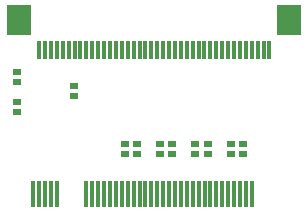
<source format=gtp>
G04*
G04 #@! TF.GenerationSoftware,Altium Limited,Altium Designer,22.2.1 (43)*
G04*
G04 Layer_Color=8421504*
%FSLAX25Y25*%
%MOIN*%
G70*
G04*
G04 #@! TF.SameCoordinates,FD089562-881E-4EE4-B05D-B5CD34326894*
G04*
G04*
G04 #@! TF.FilePolarity,Positive*
G04*
G01*
G75*
%ADD12R,0.02559X0.02362*%
%ADD13R,0.01378X0.08661*%
%ADD14R,0.07874X0.09843*%
%ADD15R,0.01181X0.05906*%
D12*
X16500Y41000D02*
D03*
Y37653D02*
D03*
X16500Y47827D02*
D03*
Y51173D02*
D03*
X35614Y43198D02*
D03*
Y46545D02*
D03*
X87790Y23827D02*
D03*
Y27173D02*
D03*
X91896Y23827D02*
D03*
Y27173D02*
D03*
X75984Y23827D02*
D03*
Y27173D02*
D03*
X80072Y23827D02*
D03*
Y27173D02*
D03*
X64166Y23827D02*
D03*
Y27173D02*
D03*
X68271Y23827D02*
D03*
Y27173D02*
D03*
X52346Y23827D02*
D03*
Y27173D02*
D03*
X56456Y23827D02*
D03*
Y27173D02*
D03*
D13*
X21925Y10500D02*
D03*
X23894D02*
D03*
X25862D02*
D03*
X27831D02*
D03*
X29799D02*
D03*
X39642D02*
D03*
X41610D02*
D03*
X43579D02*
D03*
X45547D02*
D03*
X47516D02*
D03*
X49484D02*
D03*
X51453D02*
D03*
X53421D02*
D03*
X55390D02*
D03*
X57358D02*
D03*
X59327D02*
D03*
X61295D02*
D03*
X63264D02*
D03*
X65232D02*
D03*
X67201D02*
D03*
X69169D02*
D03*
X71138D02*
D03*
X73106D02*
D03*
X75075D02*
D03*
X77043D02*
D03*
X79012D02*
D03*
X80980D02*
D03*
X82949D02*
D03*
X84917D02*
D03*
X86886D02*
D03*
X88854D02*
D03*
X90823D02*
D03*
X92791D02*
D03*
X94760D02*
D03*
D14*
X107310Y68644D02*
D03*
X17232D02*
D03*
D15*
X23885Y58502D02*
D03*
X25854D02*
D03*
X27822D02*
D03*
X29791D02*
D03*
X31759D02*
D03*
X33728D02*
D03*
X35696D02*
D03*
X37665D02*
D03*
X98688D02*
D03*
X96720D02*
D03*
X94751D02*
D03*
X92783D02*
D03*
X90814D02*
D03*
X88846D02*
D03*
X86877D02*
D03*
X84909D02*
D03*
X82940D02*
D03*
X80972D02*
D03*
X79003D02*
D03*
X77035D02*
D03*
X75066D02*
D03*
X73098D02*
D03*
X71129D02*
D03*
X69161D02*
D03*
X67192D02*
D03*
X65224D02*
D03*
X63255D02*
D03*
X61287D02*
D03*
X59318D02*
D03*
X57350D02*
D03*
X55381D02*
D03*
X53413D02*
D03*
X51444D02*
D03*
X49476D02*
D03*
X47507D02*
D03*
X45539D02*
D03*
X43570D02*
D03*
X41602D02*
D03*
X39633D02*
D03*
X100657D02*
D03*
M02*

</source>
